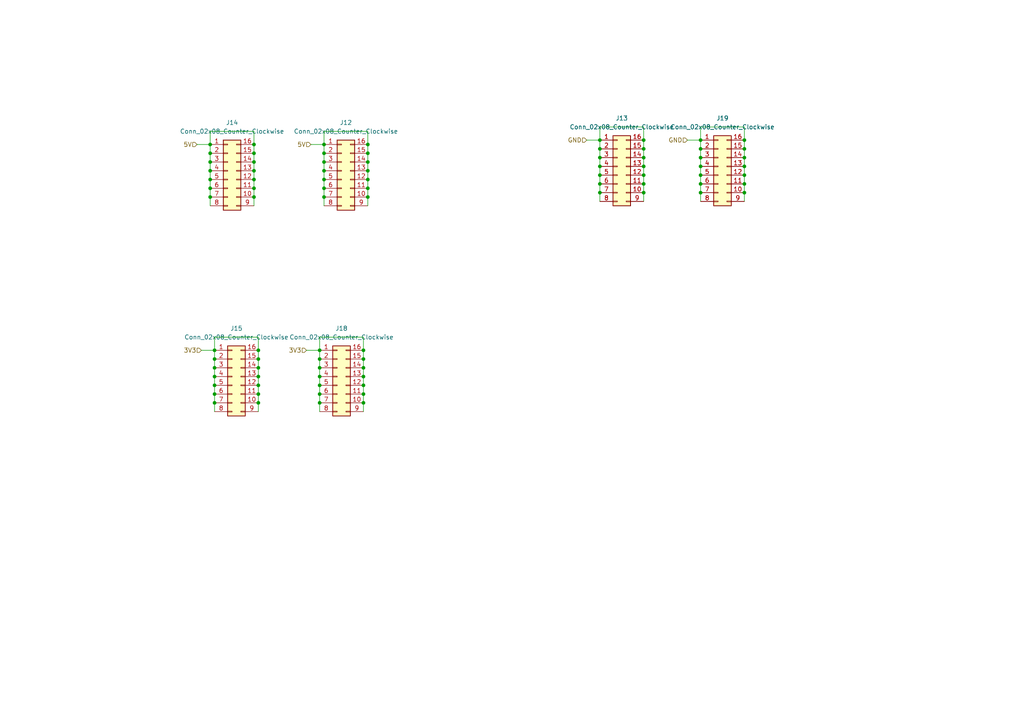
<source format=kicad_sch>
(kicad_sch (version 20230121) (generator eeschema)
  (paper "A4")
  (lib_symbols
    (symbol "Connector_Generic:Conn_02x08_Counter_Clockwise" (pin_names (offset 1.016) hide)
      (property "Reference" "J" (at 1.27 10.16 0))
      (property "Value" "Conn_02x08_Counter_Clockwise" (at 1.27 -12.7 0))
      (symbol "Conn_02x08_Counter_Clockwise_1_1"
        (rectangle (start -1.27 -10.033) (end 0 -10.287) (stroke (width 0.1524)))
        (rectangle (start -1.27 -7.493) (end 0 -7.747) (stroke (width 0.1524)))
        (rectangle (start -1.27 -4.953) (end 0 -5.207) (stroke (width 0.1524)))
        (rectangle (start -1.27 -2.413) (end 0 -2.667) (stroke (width 0.1524)))
        (rectangle (start -1.27 0.127) (end 0 -0.127) (stroke (width 0.1524)))
        (rectangle (start -1.27 2.667) (end 0 2.413) (stroke (width 0.1524)))
        (rectangle (start -1.27 5.207) (end 0 4.953) (stroke (width 0.1524)))
        (rectangle (start -1.27 7.747) (end 0 7.493) (stroke (width 0.1524)))
        (rectangle (start -1.27 8.89) (end 3.81 -11.43) (stroke (width 0.254)) (fill (type background)))
        (rectangle (start 3.81 -10.033) (end 2.54 -10.287) (stroke (width 0.1524)))
        (rectangle (start 3.81 -7.493) (end 2.54 -7.747) (stroke (width 0.1524)))
        (rectangle (start 3.81 -4.953) (end 2.54 -5.207) (stroke (width 0.1524)))
        (rectangle (start 3.81 -2.413) (end 2.54 -2.667) (stroke (width 0.1524)))
        (rectangle (start 3.81 0.127) (end 2.54 -0.127) (stroke (width 0.1524)))
        (rectangle (start 3.81 2.667) (end 2.54 2.413) (stroke (width 0.1524)))
        (rectangle (start 3.81 5.207) (end 2.54 4.953) (stroke (width 0.1524)))
        (rectangle (start 3.81 7.747) (end 2.54 7.493) (stroke (width 0.1524)))
        (pin passive line (at -5.08 7.62 0) (length 3.81) (name "Pin_1") (number "1"))
        (pin passive line (at 7.62 -7.62 180) (length 3.81) (name "Pin_10") (number "10"))
        (pin passive line (at 7.62 -5.08 180) (length 3.81) (name "Pin_11") (number "11"))
        (pin passive line (at 7.62 -2.54 180) (length 3.81) (name "Pin_12") (number "12"))
        (pin passive line (at 7.62 0 180) (length 3.81) (name "Pin_13") (number "13"))
        (pin passive line (at 7.62 2.54 180) (length 3.81) (name "Pin_14") (number "14"))
        (pin passive line (at 7.62 5.08 180) (length 3.81) (name "Pin_15") (number "15"))
        (pin passive line (at 7.62 7.62 180) (length 3.81) (name "Pin_16") (number "16"))
        (pin passive line (at -5.08 5.08 0) (length 3.81) (name "Pin_2") (number "2"))
        (pin passive line (at -5.08 2.54 0) (length 3.81) (name "Pin_3") (number "3"))
        (pin passive line (at -5.08 0 0) (length 3.81) (name "Pin_4") (number "4"))
        (pin passive line (at -5.08 -2.54 0) (length 3.81) (name "Pin_5") (number "5"))
        (pin passive line (at -5.08 -5.08 0) (length 3.81) (name "Pin_6") (number "6"))
        (pin passive line (at -5.08 -7.62 0) (length 3.81) (name "Pin_7") (number "7"))
        (pin passive line (at -5.08 -10.16 0) (length 3.81) (name "Pin_8") (number "8"))
        (pin passive line (at 7.62 -10.16 180) (length 3.81) (name "Pin_9") (number "9"))
      )
    )
  )
  (junction (at 93.98 46.99))
  (junction (at 106.68 52.07))
  (junction (at 203.2 45.72))
  (junction (at 186.69 43.18))
  (junction (at 62.23 111.76))
  (junction (at 73.66 52.07))
  (junction (at 186.69 45.72))
  (junction (at 73.66 44.45))
  (junction (at 92.71 111.76))
  (junction (at 60.96 44.45))
  (junction (at 93.98 41.91))
  (junction (at 106.68 49.53))
  (junction (at 173.99 48.26))
  (junction (at 203.2 53.34))
  (junction (at 93.98 52.07))
  (junction (at 74.93 106.68))
  (junction (at 92.71 116.84))
  (junction (at 93.98 44.45))
  (junction (at 215.9 48.26))
  (junction (at 62.23 109.22))
  (junction (at 105.41 104.14))
  (junction (at 73.66 41.91))
  (junction (at 203.2 55.88))
  (junction (at 60.96 52.07))
  (junction (at 92.71 106.68))
  (junction (at 74.93 111.76))
  (junction (at 186.69 55.88))
  (junction (at 106.68 41.91))
  (junction (at 93.98 54.61))
  (junction (at 173.99 50.8))
  (junction (at 73.66 49.53))
  (junction (at 60.96 46.99))
  (junction (at 62.23 104.14))
  (junction (at 60.96 57.15))
  (junction (at 203.2 40.64))
  (junction (at 106.68 54.61))
  (junction (at 73.66 54.61))
  (junction (at 62.23 101.6))
  (junction (at 173.99 55.88))
  (junction (at 106.68 46.99))
  (junction (at 186.69 53.34))
  (junction (at 62.23 106.68))
  (junction (at 92.71 104.14))
  (junction (at 203.2 48.26))
  (junction (at 186.69 48.26))
  (junction (at 60.96 49.53))
  (junction (at 62.23 116.84))
  (junction (at 173.99 40.64))
  (junction (at 74.93 114.3))
  (junction (at 74.93 109.22))
  (junction (at 105.41 101.6))
  (junction (at 215.9 55.88))
  (junction (at 106.68 44.45))
  (junction (at 62.23 114.3))
  (junction (at 60.96 54.61))
  (junction (at 73.66 46.99))
  (junction (at 215.9 40.64))
  (junction (at 105.41 116.84))
  (junction (at 173.99 45.72))
  (junction (at 105.41 106.68))
  (junction (at 93.98 57.15))
  (junction (at 203.2 50.8))
  (junction (at 186.69 50.8))
  (junction (at 173.99 43.18))
  (junction (at 92.71 109.22))
  (junction (at 92.71 101.6))
  (junction (at 60.96 41.91))
  (junction (at 215.9 50.8))
  (junction (at 74.93 101.6))
  (junction (at 106.68 57.15))
  (junction (at 105.41 111.76))
  (junction (at 92.71 114.3))
  (junction (at 203.2 43.18))
  (junction (at 215.9 53.34))
  (junction (at 74.93 104.14))
  (junction (at 73.66 57.15))
  (junction (at 105.41 114.3))
  (junction (at 105.41 109.22))
  (junction (at 215.9 43.18))
  (junction (at 215.9 45.72))
  (junction (at 173.99 53.34))
  (junction (at 186.69 40.64))
  (junction (at 93.98 49.53))
  (junction (at 74.93 116.84))
  (wire (pts (xy 215.9 36.83) (xy 203.2 36.83)))
  (wire (pts (xy 203.2 48.26) (xy 203.2 50.8)))
  (wire (pts (xy 203.2 53.34) (xy 203.2 55.88)))
  (wire (pts (xy 203.2 55.88) (xy 203.2 58.42)))
  (wire (pts (xy 106.68 44.45) (xy 106.68 46.99)))
  (wire (pts (xy 74.93 97.79) (xy 62.23 97.79)))
  (wire (pts (xy 93.98 46.99) (xy 93.98 49.53)))
  (wire (pts (xy 173.99 43.18) (xy 173.99 45.72)))
  (wire (pts (xy 173.99 40.64) (xy 173.99 43.18)))
  (wire (pts (xy 170.18 40.64) (xy 173.99 40.64)))
  (wire (pts (xy 62.23 116.84) (xy 62.23 119.38)))
  (wire (pts (xy 203.2 45.72) (xy 203.2 48.26)))
  (wire (pts (xy 90.17 41.91) (xy 93.98 41.91)))
  (wire (pts (xy 62.23 111.76) (xy 62.23 114.3)))
  (wire (pts (xy 106.68 54.61) (xy 106.68 57.15)))
  (wire (pts (xy 73.66 57.15) (xy 73.66 59.69)))
  (wire (pts (xy 215.9 40.64) (xy 215.9 43.18)))
  (wire (pts (xy 62.23 106.68) (xy 62.23 109.22)))
  (wire (pts (xy 106.68 49.53) (xy 106.68 52.07)))
  (wire (pts (xy 186.69 43.18) (xy 186.69 45.72)))
  (wire (pts (xy 93.98 41.91) (xy 93.98 38.1)))
  (wire (pts (xy 105.41 101.6) (xy 105.41 97.79)))
  (wire (pts (xy 215.9 43.18) (xy 215.9 45.72)))
  (wire (pts (xy 60.96 41.91) (xy 60.96 38.1)))
  (wire (pts (xy 105.41 106.68) (xy 105.41 109.22)))
  (wire (pts (xy 74.93 101.6) (xy 74.93 97.79)))
  (wire (pts (xy 74.93 109.22) (xy 74.93 111.76)))
  (wire (pts (xy 73.66 54.61) (xy 73.66 57.15)))
  (wire (pts (xy 105.41 116.84) (xy 105.41 119.38)))
  (wire (pts (xy 62.23 109.22) (xy 62.23 111.76)))
  (wire (pts (xy 186.69 45.72) (xy 186.69 48.26)))
  (wire (pts (xy 199.39 40.64) (xy 203.2 40.64)))
  (wire (pts (xy 73.66 41.91) (xy 73.66 44.45)))
  (wire (pts (xy 105.41 104.14) (xy 105.41 106.68)))
  (wire (pts (xy 173.99 50.8) (xy 173.99 53.34)))
  (wire (pts (xy 186.69 50.8) (xy 186.69 53.34)))
  (wire (pts (xy 60.96 41.91) (xy 60.96 44.45)))
  (wire (pts (xy 93.98 38.1) (xy 106.68 38.1)))
  (wire (pts (xy 92.71 106.68) (xy 92.71 109.22)))
  (wire (pts (xy 105.41 101.6) (xy 105.41 104.14)))
  (wire (pts (xy 74.93 114.3) (xy 74.93 116.84)))
  (wire (pts (xy 92.71 114.3) (xy 92.71 116.84)))
  (wire (pts (xy 106.68 38.1) (xy 106.68 41.91)))
  (wire (pts (xy 173.99 45.72) (xy 173.99 48.26)))
  (wire (pts (xy 92.71 111.76) (xy 92.71 114.3)))
  (wire (pts (xy 173.99 53.34) (xy 173.99 55.88)))
  (wire (pts (xy 186.69 53.34) (xy 186.69 55.88)))
  (wire (pts (xy 215.9 48.26) (xy 215.9 50.8)))
  (wire (pts (xy 106.68 41.91) (xy 106.68 44.45)))
  (wire (pts (xy 93.98 52.07) (xy 93.98 54.61)))
  (wire (pts (xy 58.42 101.6) (xy 62.23 101.6)))
  (wire (pts (xy 203.2 43.18) (xy 203.2 45.72)))
  (wire (pts (xy 105.41 114.3) (xy 105.41 116.84)))
  (wire (pts (xy 62.23 104.14) (xy 62.23 106.68)))
  (wire (pts (xy 203.2 36.83) (xy 203.2 40.64)))
  (wire (pts (xy 215.9 53.34) (xy 215.9 55.88)))
  (wire (pts (xy 106.68 52.07) (xy 106.68 54.61)))
  (wire (pts (xy 203.2 40.64) (xy 203.2 43.18)))
  (wire (pts (xy 186.69 36.83) (xy 173.99 36.83)))
  (wire (pts (xy 60.96 44.45) (xy 60.96 46.99)))
  (wire (pts (xy 60.96 57.15) (xy 60.96 59.69)))
  (wire (pts (xy 93.98 44.45) (xy 93.98 46.99)))
  (wire (pts (xy 106.68 46.99) (xy 106.68 49.53)))
  (wire (pts (xy 215.9 40.64) (xy 215.9 36.83)))
  (wire (pts (xy 215.9 45.72) (xy 215.9 48.26)))
  (wire (pts (xy 186.69 40.64) (xy 186.69 43.18)))
  (wire (pts (xy 106.68 57.15) (xy 106.68 59.69)))
  (wire (pts (xy 173.99 48.26) (xy 173.99 50.8)))
  (wire (pts (xy 73.66 52.07) (xy 73.66 54.61)))
  (wire (pts (xy 215.9 55.88) (xy 215.9 58.42)))
  (wire (pts (xy 92.71 109.22) (xy 92.71 111.76)))
  (wire (pts (xy 186.69 48.26) (xy 186.69 50.8)))
  (wire (pts (xy 60.96 38.1) (xy 73.66 38.1)))
  (wire (pts (xy 73.66 46.99) (xy 73.66 49.53)))
  (wire (pts (xy 105.41 97.79) (xy 92.71 97.79)))
  (wire (pts (xy 62.23 114.3) (xy 62.23 116.84)))
  (wire (pts (xy 105.41 111.76) (xy 105.41 114.3)))
  (wire (pts (xy 62.23 97.79) (xy 62.23 101.6)))
  (wire (pts (xy 74.93 106.68) (xy 74.93 109.22)))
  (wire (pts (xy 173.99 55.88) (xy 173.99 58.42)))
  (wire (pts (xy 186.69 40.64) (xy 186.69 36.83)))
  (wire (pts (xy 74.93 111.76) (xy 74.93 114.3)))
  (wire (pts (xy 215.9 50.8) (xy 215.9 53.34)))
  (wire (pts (xy 186.69 55.88) (xy 186.69 58.42)))
  (wire (pts (xy 60.96 52.07) (xy 60.96 54.61)))
  (wire (pts (xy 92.71 104.14) (xy 92.71 106.68)))
  (wire (pts (xy 57.15 41.91) (xy 60.96 41.91)))
  (wire (pts (xy 93.98 54.61) (xy 93.98 57.15)))
  (wire (pts (xy 73.66 49.53) (xy 73.66 52.07)))
  (wire (pts (xy 74.93 116.84) (xy 74.93 119.38)))
  (wire (pts (xy 60.96 46.99) (xy 60.96 49.53)))
  (wire (pts (xy 60.96 49.53) (xy 60.96 52.07)))
  (wire (pts (xy 62.23 101.6) (xy 62.23 104.14)))
  (wire (pts (xy 92.71 116.84) (xy 92.71 119.38)))
  (wire (pts (xy 173.99 36.83) (xy 173.99 40.64)))
  (wire (pts (xy 92.71 97.79) (xy 92.71 101.6)))
  (wire (pts (xy 93.98 49.53) (xy 93.98 52.07)))
  (wire (pts (xy 74.93 104.14) (xy 74.93 106.68)))
  (wire (pts (xy 203.2 50.8) (xy 203.2 53.34)))
  (wire (pts (xy 92.71 101.6) (xy 92.71 104.14)))
  (wire (pts (xy 74.93 101.6) (xy 74.93 104.14)))
  (wire (pts (xy 60.96 54.61) (xy 60.96 57.15)))
  (wire (pts (xy 73.66 38.1) (xy 73.66 41.91)))
  (wire (pts (xy 105.41 109.22) (xy 105.41 111.76)))
  (wire (pts (xy 93.98 57.15) (xy 93.98 59.69)))
  (wire (pts (xy 88.9 101.6) (xy 92.71 101.6)))
  (wire (pts (xy 73.66 44.45) (xy 73.66 46.99)))
  (wire (pts (xy 93.98 41.91) (xy 93.98 44.45)))
  (hierarchical_label "5V" (shape input) (at 57.15 41.91 180))
  (hierarchical_label "GND" (shape input) (at 199.39 40.64 180))
  (hierarchical_label "5V" (shape input) (at 90.17 41.91 180))
  (hierarchical_label "3V3" (shape input) (at 88.9 101.6 180))
  (hierarchical_label "3V3" (shape input) (at 58.42 101.6 180))
  (hierarchical_label "GND" (shape input) (at 170.18 40.64 180))
  (symbol (lib_id "Connector_Generic:Conn_02x08_Counter_Clockwise") (at 97.79 109.22 0) (unit 1)
    (property "Reference" "J18" (at 99.06 95.25 0))
    (property "Value" "Conn_02x08_Counter_Clockwise" (at 99.06 97.79 0))
    (property "Footprint" "Connector_PinSocket_2.00mm:PinSocket_2x08_P2.00mm_Vertical" (effects hide))
  )
  (symbol (lib_id "Connector_Generic:Conn_02x08_Counter_Clockwise") (at 67.31 109.22 0) (unit 1)
    (property "Reference" "J15" (at 68.58 95.25 0))
    (property "Value" "Conn_02x08_Counter_Clockwise" (at 68.58 97.79 0))
    (property "Footprint" "Connector_PinSocket_2.00mm:PinSocket_2x08_P2.00mm_Vertical" (effects hide))
  )
  (symbol (lib_id "Connector_Generic:Conn_02x08_Counter_Clockwise") (at 66.04 49.53 0) (unit 1)
    (property "Reference" "J14" (at 67.31 35.56 0))
    (property "Value" "Conn_02x08_Counter_Clockwise" (at 67.31 38.1 0))
    (property "Footprint" "Connector_PinSocket_2.00mm:PinSocket_2x08_P2.00mm_Vertical" (effects hide))
  )
  (symbol (lib_id "Connector_Generic:Conn_02x08_Counter_Clockwise") (at 208.28 48.26 0) (unit 1)
    (property "Reference" "J19" (at 209.55 34.29 0))
    (property "Value" "Conn_02x08_Counter_Clockwise" (at 209.55 36.83 0))
    (property "Footprint" "Connector_PinSocket_2.00mm:PinSocket_2x08_P2.00mm_Vertical" (effects hide))
  )
  (symbol (lib_id "Connector_Generic:Conn_02x08_Counter_Clockwise") (at 99.06 49.53 0) (unit 1)
    (property "Reference" "J12" (at 100.33 35.56 0))
    (property "Value" "Conn_02x08_Counter_Clockwise" (at 100.33 38.1 0))
    (property "Footprint" "Connector_PinSocket_2.00mm:PinSocket_2x08_P2.00mm_Vertical" (effects hide))
  )
  (symbol (lib_id "Connector_Generic:Conn_02x08_Counter_Clockwise") (at 179.07 48.26 0) (unit 1)
    (property "Reference" "J13" (at 180.34 34.29 0))
    (property "Value" "Conn_02x08_Counter_Clockwise" (at 180.34 36.83 0))
    (property "Footprint" "Connector_PinSocket_2.00mm:PinSocket_2x08_P2.00mm_Vertical" (effects hide))
  )
)
</source>
